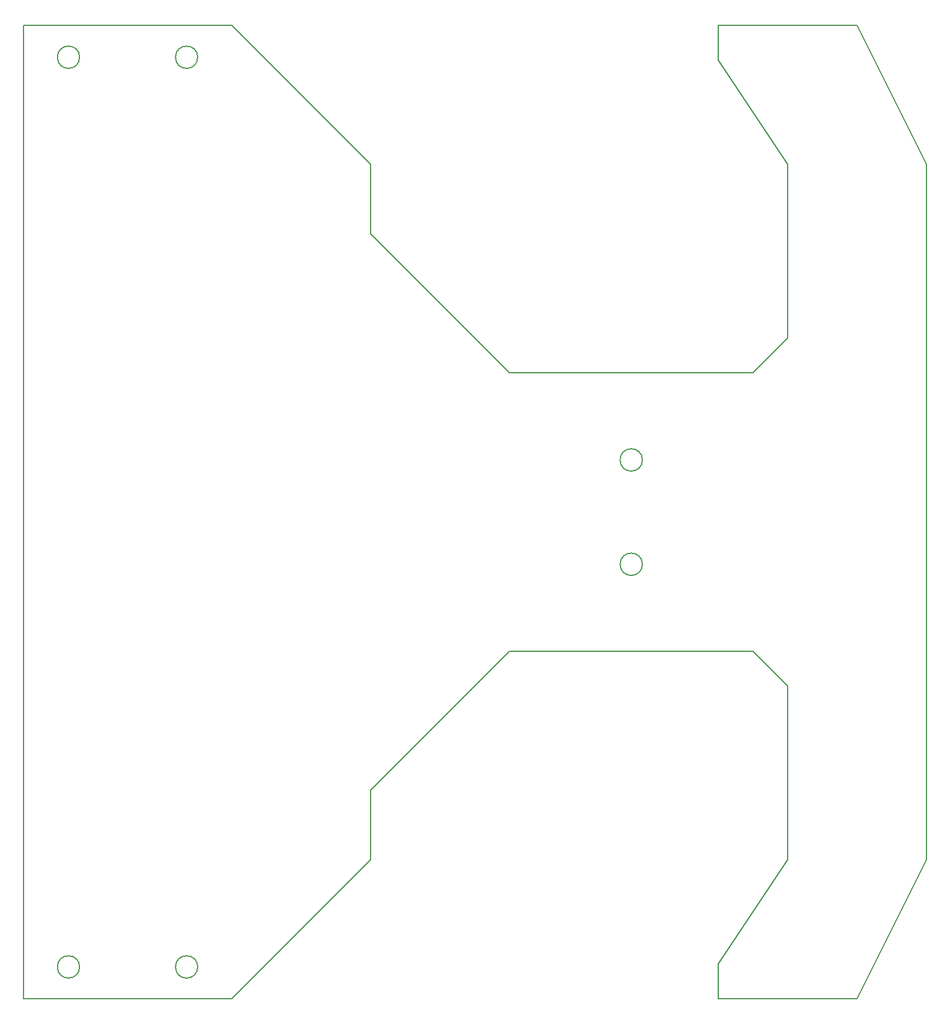
<source format=gm1>
%TF.GenerationSoftware,KiCad,Pcbnew,7.0.9*%
%TF.CreationDate,2024-02-13T13:26:57+05:30*%
%TF.ProjectId,PIDFollower,50494446-6f6c-46c6-9f77-65722e6b6963,v01*%
%TF.SameCoordinates,Original*%
%TF.FileFunction,Profile,NP*%
%FSLAX46Y46*%
G04 Gerber Fmt 4.6, Leading zero omitted, Abs format (unit mm)*
G04 Created by KiCad (PCBNEW 7.0.9) date 2024-02-13 13:26:57*
%MOMM*%
%LPD*%
G01*
G04 APERTURE LIST*
%TA.AperFunction,Profile*%
%ADD10C,0.200000*%
%TD*%
G04 APERTURE END LIST*
D10*
X147600000Y-72390000D02*
X182600000Y-72390000D01*
X187600000Y-117390000D02*
X187600000Y-142390000D01*
X77600000Y-162390000D02*
X107600000Y-162390000D01*
X166700000Y-84890000D02*
G75*
G03*
X166700000Y-84890000I-1600000J0D01*
G01*
X177600000Y-162390000D02*
X197600000Y-162390000D01*
X77600000Y-162390000D02*
X77600000Y-22390000D01*
X102700000Y-157790000D02*
G75*
G03*
X102700000Y-157790000I-1600000J0D01*
G01*
X197600000Y-22390000D02*
X207600000Y-42390000D01*
X127600000Y-42390000D02*
X127600000Y-52390000D01*
X187600000Y-142390000D02*
X177600000Y-157390000D01*
X207600000Y-42390000D02*
X207600000Y-142390000D01*
X85700000Y-26990000D02*
G75*
G03*
X85700000Y-26990000I-1600000J0D01*
G01*
X177600000Y-27390000D02*
X177600000Y-22390000D01*
X147600000Y-112390000D02*
X182600000Y-112390000D01*
X166700000Y-99890000D02*
G75*
G03*
X166700000Y-99890000I-1600000J0D01*
G01*
X127600000Y-142390000D02*
X127600000Y-132390000D01*
X177600000Y-22390000D02*
X197600000Y-22390000D01*
X77600000Y-22390000D02*
X107600000Y-22390000D01*
X107600000Y-162390000D02*
X127600000Y-142390000D01*
X102700000Y-26990000D02*
G75*
G03*
X102700000Y-26990000I-1600000J0D01*
G01*
X187600000Y-67390000D02*
X187600000Y-42390000D01*
X107600000Y-22390000D02*
X127600000Y-42390000D01*
X177600000Y-157390000D02*
X177600000Y-162390000D01*
X127600000Y-52390000D02*
X147600000Y-72390000D01*
X127600000Y-132390000D02*
X147600000Y-112390000D01*
X182600000Y-112390000D02*
X187600000Y-117390000D01*
X197600000Y-162390000D02*
X207600000Y-142390000D01*
X85700000Y-157790000D02*
G75*
G03*
X85700000Y-157790000I-1600000J0D01*
G01*
X187600000Y-42390000D02*
X177600000Y-27390000D01*
X182600000Y-72390000D02*
X187600000Y-67390000D01*
M02*

</source>
